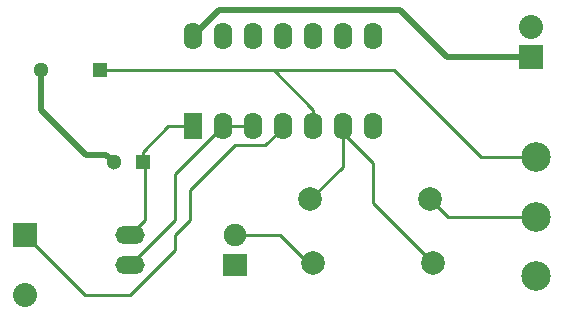
<source format=gbr>
G04 #@! TF.FileFunction,Copper,L1,Top,Signal*
%FSLAX46Y46*%
G04 Gerber Fmt 4.6, Leading zero omitted, Abs format (unit mm)*
G04 Created by KiCad (PCBNEW (2015-07-30 BZR 6023, Git cb629e0)-product) date 9/23/2015 11:43:22 AM*
%MOMM*%
G01*
G04 APERTURE LIST*
%ADD10C,0.100000*%
%ADD11C,2.499360*%
%ADD12R,2.000000X1.900000*%
%ADD13C,1.900000*%
%ADD14R,2.032000X2.032000*%
%ADD15O,2.032000X2.032000*%
%ADD16C,1.998980*%
%ADD17R,1.574800X2.286000*%
%ADD18O,1.574800X2.286000*%
%ADD19R,1.300000X1.300000*%
%ADD20C,1.300000*%
%ADD21O,2.499360X1.501140*%
%ADD22C,0.250000*%
%ADD23C,0.500000*%
G04 APERTURE END LIST*
D10*
D11*
X174028100Y-82217260D03*
X174028100Y-87218520D03*
X174028100Y-77216000D03*
D12*
X148590000Y-86360000D03*
D13*
X148590000Y-83820000D03*
D14*
X173647100Y-68701920D03*
D15*
X173647100Y-66161920D03*
D16*
X165100000Y-80772000D03*
X154940000Y-80772000D03*
D17*
X145021300Y-74574400D03*
D18*
X147561300Y-74574400D03*
X150101300Y-74574400D03*
X152641300Y-74574400D03*
X155181300Y-74574400D03*
X157721300Y-74574400D03*
X160261300Y-74574400D03*
X160261300Y-66954400D03*
X157721300Y-66954400D03*
X155181300Y-66954400D03*
X152641300Y-66954400D03*
X150101300Y-66954400D03*
X147561300Y-66954400D03*
X145021300Y-66954400D03*
D16*
X155117800Y-86144100D03*
X165277800Y-86144100D03*
D19*
X140771880Y-77619860D03*
D20*
X138271880Y-77619860D03*
D19*
X137129520Y-69850000D03*
D20*
X132129520Y-69850000D03*
D14*
X130810000Y-83820000D03*
D15*
X130810000Y-88900000D03*
D21*
X139700000Y-86360000D03*
X139700000Y-83820000D03*
D22*
X139700000Y-83820000D02*
X140970000Y-82550000D01*
X140970000Y-82550000D02*
X140970000Y-77817980D01*
X140970000Y-77817980D02*
X140771880Y-77619860D01*
X145021300Y-74574400D02*
X142917340Y-74574400D01*
X142917340Y-74574400D02*
X140771880Y-76719860D01*
X140771880Y-76719860D02*
X140771880Y-77619860D01*
D23*
X135918181Y-76969861D02*
X132129520Y-73181200D01*
X132129520Y-73181200D02*
X132129520Y-69850000D01*
X138271880Y-77619860D02*
X137621881Y-76969861D01*
X137621881Y-76969861D02*
X135918181Y-76969861D01*
D22*
X161975800Y-69850000D02*
X148853262Y-69850000D01*
X148853262Y-69850000D02*
X137129520Y-69850000D01*
X155181300Y-74574400D02*
X155181300Y-73181400D01*
X155181300Y-73181400D02*
X151849900Y-69850000D01*
X151849900Y-69850000D02*
X148853262Y-69850000D01*
X169341800Y-77216000D02*
X161975800Y-69850000D01*
X174028100Y-77216000D02*
X169341800Y-77216000D01*
X148590000Y-83820000D02*
X152400000Y-83820000D01*
X152400000Y-83820000D02*
X154724100Y-86144100D01*
X154724100Y-86144100D02*
X155117800Y-86144100D01*
D23*
X173647100Y-68701920D02*
X166491920Y-68701920D01*
X147205700Y-64770000D02*
X145021300Y-66954400D01*
X162560000Y-64770000D02*
X147205700Y-64770000D01*
X166491920Y-68701920D02*
X162560000Y-64770000D01*
D22*
X144780000Y-82550000D02*
X144780000Y-80010000D01*
X148590000Y-76200000D02*
X151130000Y-76200000D01*
X144780000Y-80010000D02*
X148590000Y-76200000D01*
X152641300Y-74574400D02*
X152641300Y-74688700D01*
X152641300Y-74688700D02*
X151130000Y-76200000D01*
X144780000Y-82550000D02*
X143510000Y-83820000D01*
X143510000Y-83820000D02*
X143510000Y-85090000D01*
X143510000Y-85090000D02*
X139700000Y-88900000D01*
X139700000Y-88900000D02*
X135890000Y-88900000D01*
X135890000Y-88900000D02*
X130810000Y-83820000D01*
X150101300Y-74574400D02*
X147561300Y-74574400D01*
X147561300Y-74574400D02*
X143510000Y-78625700D01*
X143510000Y-78625700D02*
X143510000Y-82550000D01*
X143510000Y-82550000D02*
X139700000Y-86360000D01*
X174028100Y-82217260D02*
X166545260Y-82217260D01*
X166545260Y-82217260D02*
X165100000Y-80772000D01*
X160216850Y-81083150D02*
X160216850Y-77666850D01*
X160216850Y-77666850D02*
X157721300Y-75171300D01*
X157721300Y-75171300D02*
X157721300Y-74574400D01*
X160216850Y-81083150D02*
X165277800Y-86144100D01*
X157721300Y-74574400D02*
X157721300Y-77990700D01*
X157721300Y-77990700D02*
X154940000Y-80772000D01*
M02*

</source>
